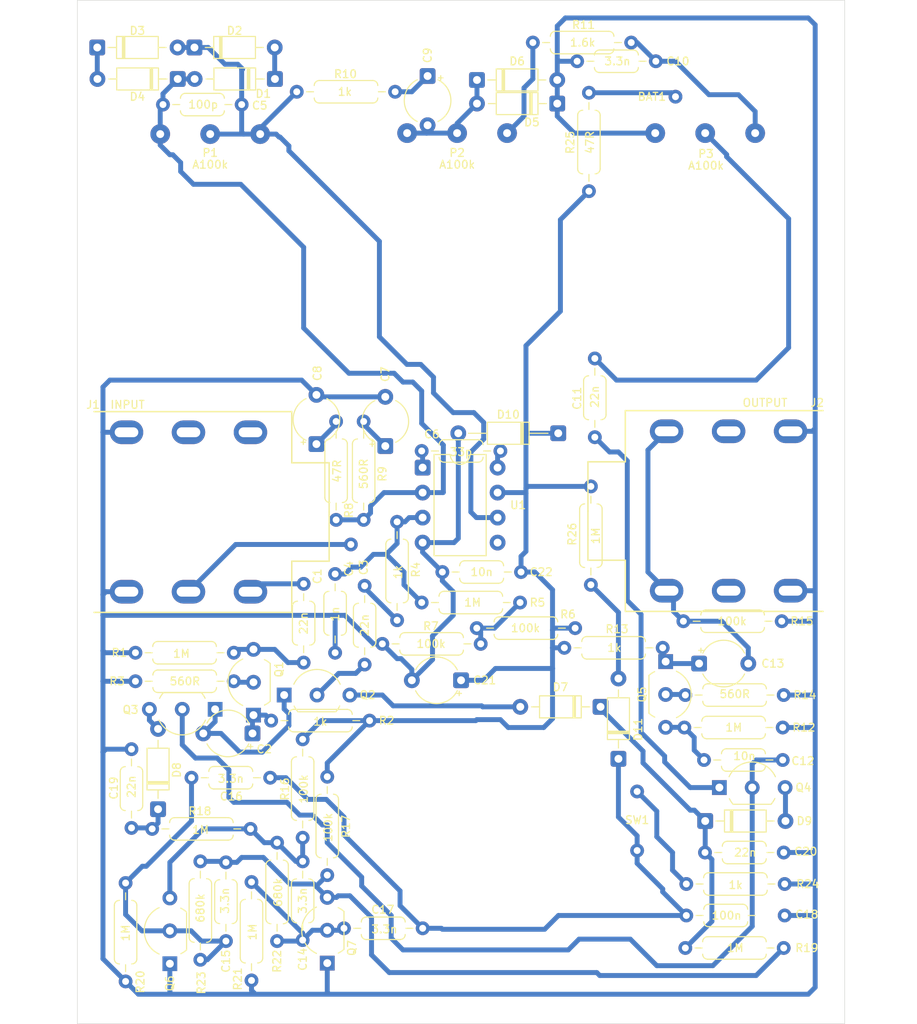
<source format=kicad_pcb>
(kicad_pcb (version 20241229) (generator "pcbnew") (generator_version "9.0")
  (layers (0 "F.Cu" signal) (2 "B.Cu" signal) (13 "F.Paste" user) (15 "B.Paste" user) (5 "F.SilkS" user "F.Silkscreen") (7 "B.SilkS" user "B.Silkscreen") (1 "F.Mask" user) (3 "B.Mask" user) (25 "Edge.Cuts" user))
  (net 0 "")
  (net 1 "Net-(U1-+)")
  (net 2 "Net-(Q1-G)")
  (net 3 "Net-(Q1-D)")
  (net 4 "BYPASS")
  (net 5 "Net-(D2-K)")
  (net 6 "Net-(C6-Pad1)")
  (net 7 "Net-(Q4-D)")
  (net 8 "Net-(C6-Pad2)")
  (net 9 "Net-(C1-Pad1)")
  (net 10 "Net-(C9-Pad1)")
  (net 11 "Net-(C10-Pad2)")
  (net 12 "Net-(Q5-G)")
  (net 13 "GND")
  (net 14 "Net-(Q5-D)")
  (net 15 "Net-(C3-Pad2)")
  (net 16 "Net-(C13-Pad2)")
  (net 17 "Net-(Q6-C)")
  (net 18 "Net-(Q6-B)")
  (net 20 "Net-(C7-Pad1)")
  (net 21 "Net-(D11-K)")
  (net 22 "Net-(C8-Pad1)")
  (net 23 "Net-(D5-A)")
  (net 24 "Net-(D3-K)")
  (net 25 "Net-(D7-A)")
  (net 26 "Net-(C11-Pad1)")
  (net 27 "Net-(D1-K)")
  (net 28 "Net-(D1-A)")
  (net 29 "Net-(D8-A)")
  (net 30 "Net-(D9-A)")
  (net 31 "Net-(Q2-S)")
  (net 32 "VCC")
  (net 35 "Net-(Q3-S)")
  (net 37 "Net-(Q7-C)")
  (net 38 "Net-(Q7-B)")
  (net 39 "Net-(Q1-S)")
  (net 40 "OFF")
  (net 41 "Net-(R5-Pad2)")
  (net 42 "Net-(D11-A)")
  (net 43 "ON")
  (net 44 "Net-(Q5-S)")
  (net 45 "Net-(R24-Pad1)")
  (net 46 "Net-(BAT1-+)")
  (net 48 "Net-(P2-Pad3)")
  (net 49 "Net-(BAT1--)")
  (footprint "myFoot:my_R_P10mm_Horizontal" (layer "F.Cu") (at 13.2 7.4 90)
    (property "Reference" "R26")
    (property "Value" "1M")
  )
  (footprint "myFoot:my_conn" (layer "F.Cu") (at 21.8 -42.2 180)
    (property "Reference" "BAT1")
    (property "Value" "9V")
  )
  (footprint "myFoot:my_R_P8mm_Horizontal" (layer "F.Cu") (at -9.8 15.5 90)
    (property "Reference" "C3")
    (property "Value" "22n")
  )
  (footprint "myFoot:my_pot" (layer "F.Cu") (at -0.4 -38.5)
    (property "Reference" "P2")
    (property "Value" "A100k")
  )
  (footprint "myFoot:my_R_P10mm_Horizontal" (layer "F.Cu") (at -16.1 33.1 90)
    (property "Reference" "R16")
    (property "Value" "100k")
  )
  (footprint "Package_TO_SOT_THT:TO-92L_Inline_Wide" (layer "F.Cu") (at 20.8 16 -90)
    (property "Reference" "Q5")
    (property "Value" "2N5458")
  )
  (footprint "Capacitor_THT:CP_Radial_Tantal_D4.5mm_P5.00mm" (layer "F.Cu") (at -7.7 -6.7 90)
    (property "Reference" "C7")
    (property "Value" "4.7u")
  )
  (footprint "myFoot:my_Phone_Jack_Daier" (layer "F.Cu") (at 39.1 -0.1 180)
    (property "Reference" "J2")
    (property "Value" "OUTPUT")
  )
  (footprint "myFoot:my_Phone_Jack_Daier" (layer "F.Cu") (at -39.6075 0)
    (property "Reference" "J1")
    (property "Value" "INPUT")
  )
  (footprint "myFoot:my_R_P10mm_Horizontal" (layer "F.Cu") (at -9.9 0.8 90)
    (property "Reference" "R9")
    (property "Value" "560R")
  )
  (footprint "Diode_THT:D_DO-35_SOD27_P10.16mm_Horizontal" (layer "F.Cu") (at 23.82 31.4)
    (property "Reference" "D9")
    (property "Value" "1N4148")
  )
  (footprint "myFoot:my_R_P8mm_Horizontal" (layer "F.Cu") (at -22.3 -41.4 180)
    (property "Reference" "C5")
    (property "Value" "100p")
  )
  (footprint "myFoot:my_R_P10mm_Horizontal" (layer "F.Cu") (at 22.9 37.8)
    (property "Reference" "R24")
    (property "Value" "1k")
  )
  (footprint "Package_DIP:DIP-8_W7.62mm" (layer "F.Cu") (at -3.905 -4.51)
    (property "Reference" "U1")
    (property "Value" "LM308AN")
  )
  (footprint "myFoot:my_R_P8mm_Horizontal" (layer "F.Cu") (at -16.1 43.5 90)
    (property "Reference" "C14")
    (property "Value" "3.3n")
  )
  (footprint "Diode_THT:D_DO-35_SOD27_P10.16mm_Horizontal" (layer "F.Cu") (at -28.1 -47.2)
    (property "Reference" "D2")
    (property "Value" "1N4148")
  )
  (footprint "myFoot:my_R_P10mm_Horizontal" (layer "F.Cu") (at 20.5 13.8 180)
    (property "Reference" "R13")
    (property "Value" "1k")
  )
  (footprint "myFoot:my_R_P10mm_Horizontal" (layer "F.Cu") (at -13.6 36.9 90)
    (property "Reference" "R17")
    (property "Value" "100k")
  )
  (footprint "myFoot:my_R_P10mm_Horizontal" (layer "F.Cu") (at -34.1 37.7 -90)
    (property "Reference" "R20")
    (property "Value" "1M")
  )
  (footprint "Diode_THT:D_DO-35_SOD27_P10.16mm_Horizontal" (layer "F.Cu") (at 0.62 -43.9)
    (property "Reference" "D6")
    (property "Value" "1N4148")
  )
  (footprint "myFoot:my_R_P10mm_Horizontal" (layer "F.Cu") (at -26.5 35.5 -90)
    (property "Reference" "R23")
    (property "Value" "680k")
  )
  (footprint "Capacitor_THT:CP_Radial_Tantal_D4.5mm_P5.00mm" (layer "F.Cu") (at -3.4 -44.3 -90)
    (property "Reference" "C9")
    (property "Value" "4.7u")
  )
  (footprint "myFoot:my_R_P10mm_Horizontal" (layer "F.Cu") (at -21.4 32.2 180)
    (property "Reference" "R18")
    (property "Value" "1M")
  )
  (footprint "myFoot:my_R_P8mm_Horizontal" (layer "F.Cu") (at -12.8 6.3 -90)
    (property "Reference" "C4")
    (property "Value" "1n")
  )
  (footprint "Package_TO_SOT_THT:TO-92L_Inline_Wide" (layer "F.Cu") (at -13.6 45.04 90)
    (property "Reference" "Q7")
    (property "Value" "2N5210")
  )
  (footprint "Diode_THT:D_DO-35_SOD27_P10.16mm_Horizontal" (layer "F.Cu") (at 16 26.08 90)
    (property "Reference" "D11")
    (property "Value" "1N4148")
  )
  (footprint "myFoot:my_R_P10mm_Horizontal" (layer "F.Cu") (at 32.7 21.9 180)
    (property "Reference" "R12")
    (property "Value" "1M")
  )
  (footprint "myFoot:my_R_P8mm_Horizontal" (layer "F.Cu") (at -16 7.3 -90)
    (property "Reference" "C1")
    (property "Value" "22n")
  )
  (footprint "myFoot:my_R_P8mm_Horizontal" (layer "F.Cu") (at 24.8 34.6)
    (property "Reference" "C20")
    (property "Value" "22n")
  )
  (footprint "myFoot:my_R_P8mm_Horizontal" (layer "F.Cu") (at 30.9 41 180)
    (property "Reference" "C18")
    (property "Value" "100n")
  )
  (footprint "Diode_THT:D_DO-35_SOD27_P10.16mm_Horizontal" (layer "F.Cu") (at -30.8 31.2 90)
    (property "Reference" "D8")
    (property "Value" "1N4148")
  )
  (footprint "myFoot:my_R_P8mm_Horizontal" (layer "F.Cu") (at -27.4 27)
    (property "Reference" "C16")
    (property "Value" "3.3n")
  )
  (footprint "myFoot:my_R_P8mm_Horizontal" (layer "F.Cu") (at -33.5 32.1 90)
    (property "Reference" "C19")
    (property "Value" "22n")
  )
  (footprint "Diode_THT:D_DO-35_SOD27_P10.16mm_Horizontal" (layer "F.Cu") (at -37.98 -47.2)
    (property "Reference" "D3")
    (property "Value" "1N4148")
  )
  (footprint "myFoot:my_R_P10mm_Horizontal" (layer "F.Cu") (at 22.8 44.3)
    (property "Reference" "R19")
    (property "Value" "1M")
  )
  (footprint "myFoot:my_R_P8mm_Horizontal" (layer "F.Cu") (at -23.9 35.6 -90)
    (property "Reference" "C15")
    (property "Value" "3.3n")
  )
  (footprint "myFoot:my_R_P10mm_Horizontal" (layer "F.Cu") (at -33.1 14.3)
    (property "Reference" "R1")
    (property "Value" "1M")
  )
  (footprint "myFoot:my_R_P8mm_Horizontal" (layer "F.Cu") (at 32.7 25.2 180)
    (property "Reference" "C12")
    (property "Value" "10n")
  )
  (footprint "myFoot:my_R_P10mm_Horizontal" (layer "F.Cu") (at -12.7 0.8 90)
    (property "Reference" "R8")
    (property "Value" "47R")
  )
  (footprint "Capacitor_THT:CP_Radial_Tantal_D4.5mm_P5.00mm" (layer "F.Cu") (at -14.7 -6.9 90)
    (property "Reference" "C8")
    (property "Value" "2.2u")
  )
  (footprint "Diode_THT:D_DO-35_SOD27_P10.16mm_Horizontal" (layer "F.Cu") (at -17.92 -44 180)
    (property "Reference" "D1")
    (property "Value" "1N4148")
  )
  (footprint "myFoot:my_R_P10mm_Horizontal" (layer "F.Cu") (at 17.3 -47.7 180)
    (property "Reference" "R11")
    (property "Value" "1.6k")
  )
  (footprint "myFoot:my_R_P10mm_Horizontal" (layer "F.Cu") (at -6.5 1 -90)
    (property "Reference" "R4")
    (property "Value" "1k")
  )
  (footprint "myFoot:my_R_P10mm_Horizontal" (layer "F.Cu") (at -9.3 21.2 180)
    (property "Reference" "R2")
    (property "Value" "1k")
  )
  (footprint "myFoot:my_R_P10mm_Horizontal" (layer "F.Cu") (at 32.6 11.1 180)
    (property "Reference" "R15")
    (property "Value" "100k")
  )
  (footprint "myFoot:my_R_P8mm_Horizontal" (layer "F.Cu") (at 11.8 -45.8)
    (property "Reference" "C10")
    (property "Value" "3.3n")
  )
  (footprint "myFoot:my_R_P10mm_Horizontal" (layer "F.Cu") (at 1.6 11.8)
    (property "Reference" "R6")
    (property "Value" "100k")
  )
  (footprint "myFoot:my_conn" (layer "F.Cu") (at 17.9 34.4)
    (property "Reference" "SW1")
    (property "Value" "SW" (hide yes))
  )
  (footprint "myFoot:my_R_P10mm_Horizontal" (layer "F.Cu") (at 2 13.4 180)
    (property "Reference" "R7")
    (property "Value" "100k")
  )
  (footprint "Package_TO_SOT_THT:TO-92L_Inline_Wide" (layer "F.Cu") (at 27.06 28)
    (property "Reference" "Q4")
    (property "Value" "2N5458")
  )
  (footprint "myFoot:my_R_P10mm_Horizontal" (layer "F.Cu") (at 32.8 18.6 180)
    (property "Reference" "R14")
    (property "Value" "560R")
  )
  (footprint "Capacitor_THT:CP_Radial_Tantal_D4.5mm_P5.00mm" (layer "F.Cu") (at -21.2 22.5 180)
    (property "Reference" "C2")
    (property "Value" "2.2u")
  )
  (footprint "Capacitor_THT:CP_Radial_Tantal_D4.5mm_P5.00mm" (layer "F.Cu") (at 24.2 15.4)
    (property "Reference" "C13")
    (property "Value" "1u")
  )
  (footprint "Package_TO_SOT_THT:TO-92L_Inline_Wide" (layer "F.Cu") (at -29.6 45.1 90)
    (property "Reference" "Q6")
    (property "Value" "2N5210")
  )
  (footprint "Diode_THT:D_DO-35_SOD27_P10.16mm_Horizontal" (layer "F.Cu") (at 10.78 -41.5 180)
    (property "Reference" "D5")
    (property "Value" "1N4148")
  )
  (footprint "Package_TO_SOT_THT:TO-92L_Inline_Wide" (layer "F.Cu") (at -21.1 19.84 90)
    (property "Reference" "Q1")
    (property "Value" "2N5458")
  )
  (footprint "myFoot:my_R_P10mm_Horizontal" (layer "F.Cu") (at -18.7 43.6 90)
    (property "Reference" "R22")
    (property "Value" "680k")
  )
  (footprint "Diode_THT:D_DO-35_SOD27_P10.16mm_Horizontal" (layer "F.Cu") (at -27.8 -44 180)
    (property "Reference" "D4")
    (property "Value" "1N4148")
  )
  (footprint "Capacitor_THT:CP_Radial_Tantal_D4.5mm_P5.00mm" (layer "F.Cu") (at 0 17.1 180)
    (property "Reference" "C21")
    (property "Value" "100u")
  )
  (footprint "Package_TO_SOT_THT:TO-92L_Inline_Wide" (layer "F.Cu") (at -17.18 18.6)
    (property "Reference" "Q2")
    (property "Value" "2N5458")
  )
  (footprint "myFoot:my_R_P10mm_Horizontal" (layer "F.Cu") (at -21.3 37.6 -90)
    (property "Reference" "R21")
    (property "Value" "1M")
  )
  (footprint "myFoot:my_pot" (layer "F.Cu") (at 24.82 -38.5)
    (property "Reference" "P3")
    (property "Value" "A100k")
  )
  (footprint "Diode_THT:D_DO-35_SOD27_P10.16mm_Horizontal" (layer "F.Cu") (at 15.18 19.8 180)
    (property "Reference" "D7")
    (property "Value" "1N4148")
  )
  (footprint "myFoot:my_R_P10mm_Horizontal" (layer "F.Cu") (at -6.7 -42.7 180)
    (property "Reference" "R10")
    (property "Value" "1k")
  )
  (footprint "myFoot:my_R_P10mm_Horizontal" (layer "F.Cu") (at 13 -32.6 90)
    (property "Reference" "R25")
    (property "Value" "47R")
  )
  (footprint "myFoot:my_R_P8mm_Horizontal" (layer "F.Cu") (at -1.9 6.1)
    (property "Reference" "C22")
    (property "Value" "10n")
  )
  (footprint "myFoot:my_R_P8mm_Horizontal" (layer "F.Cu") (at 4 -6.2 180)
    (property "Reference" "C6")
    (property "Value" "33p")
  )
  (footprint "myFoot:my_R_P8mm_Horizontal" (layer "F.Cu") (at -11.9 42.3)
    (property "Reference" "C17")
    (property "Value" "3.3n")
  )
  (footprint "Package_TO_SOT_THT:TO-92L_Inline_Wide" (layer "F.Cu") (at -25.8 20.05 180)
    (property "Reference" "Q3")
    (property "Value" "2N5458")
  )
  (footprint "myFoot:my_R_P8mm_Horizontal" (layer "F.Cu") (at 13.6 -15.6 -90)
    (property "Reference" "C11")
    (property "Value" "22n")
  )
  (footprint "Diode_THT:D_DO-35_SOD27_P10.16mm_Horizontal" (layer "F.Cu") (at 9.88 -8 180)
    (property "Reference" "D10")
    (property "Value" "1N4001")
  )
  (footprint "myFoot:my_R_P10mm_Horizontal" (layer "F.Cu") (at -4 9.2)
    (property "Reference" "R5")
    (property "Value" "1M")
  )
  (footprint "myFoot:my_pot" (layer "F.Cu") (at -25.5 -38.4)
    (property "Reference" "P1")
    (property "Value" "A100k")
  )
  (footprint "myFoot:my_R_P10mm_Horizontal" (layer "F.Cu") (at -23.1 17.2 180)
    (property "Reference" "R3")
    (property "Value" "560R")
  )
  (gr_rect (start -39 -52) (end 39 52) (stroke (width 0.05)) (fill no) (layer "Edge.Cuts"))
  (segment (start -5.8 6.1) (end -5.8 7.4) (width 0.5) (layer "B.Cu") (net 1))
  (segment (start -5.8 7.4) (end -4 9.2) (width 0.5) (layer "B.Cu") (net 1))
  (segment (start -10.2 5.6) (end -11.1 5.6) (width 0.5) (layer "B.Cu") (net 1))
  (segment (start -8.9 4.3) (end -10.2 5.6) (width 0.5) (layer "B.Cu") (net 1))
  (segment (start -11.1 5.6) (end -11.8 6.3) (width 0.5) (layer "B.Cu") (net 1))
  (segment (start -7.6 4.3) (end -5.8 6.1) (width 0.5) (layer "B.Cu") (net 1))
  (segment (start -6.5 1) (end -6.5 3.2) (width 0.5) (layer "B.Cu") (net 1))
  (segment (start -7.6 4.3) (end -8.9 4.3) (width 0.5) (layer "B.Cu") (net 1))
  (segment (start -6.5 3.2) (end -7.6 4.3) (width 0.5) (layer "B.Cu") (net 1))
  (segment (start -5.27 0.57) (end -3.905 0.57) (width 0.5) (layer "B.Cu") (net 1))
  (segment (start -11.8 6.3) (end -12.8 6.3) (width 0.5) (layer "B.Cu") (net 1))
  (segment (start -6.5 1) (end -5.7 1) (width 0.5) (layer "B.Cu") (net 1))
  (segment (start -5.7 1) (end -5.27 0.57) (width 0.5) (layer "B.Cu") (net 1))
  (segment (start -21.1 13.96) (end -22.76 13.96) (width 0.5) (layer "B.Cu") (net 2))
  (segment (start -18.94 13.96) (end -17.6 15.3) (width 0.5) (layer "B.Cu") (net 2))
  (segment (start -22.76 13.96) (end -23.1 14.3) (width 0.5) (layer "B.Cu") (net 2))
  (segment (start -17.6 15.3) (end -16 15.3) (width 0.5) (layer "B.Cu") (net 2))
  (segment (start -21.1 13.96) (end -18.94 13.96) (width 0.5) (layer "B.Cu") (net 2))
  (segment (start -21.2 20.74) (end -21.1 20.64) (width 0.5) (layer "B.Cu") (net 3))
  (segment (start -19.86 20.64) (end -19.3 21.2) (width 0.5) (layer "B.Cu") (net 3))
  (segment (start -21.1 20.64) (end -19.86 20.64) (width 0.5) (layer "B.Cu") (net 3))
  (segment (start -21.2 22.5) (end -21.2 20.74) (width 0.5) (layer "B.Cu") (net 3))
  (segment (start -24.4 22.5) (end -22.5 24.4) (width 0.5) (layer "B.Cu") (net 4))
  (segment (start -17.98 20.02) (end -17.98 18.6) (width 0.5) (layer "B.Cu") (net 4))
  (segment (start -17.5 20.5) (end -17.98 20.02) (width 0.5) (layer "B.Cu") (net 4))
  (segment (start -22.5 24.4) (end -20.2 24.4) (width 0.5) (layer "B.Cu") (net 4))
  (segment (start -17.5 21.7) (end -17.5 20.5) (width 0.5) (layer "B.Cu") (net 4))
  (segment (start -20.2 24.4) (end -17.5 21.7) (width 0.5) (layer "B.Cu") (net 4))
  (segment (start -25 20.05) (end -25 21.3) (width 0.5) (layer "B.Cu") (net 4))
  (segment (start -25 21.3) (end -26.2 22.5) (width 0.5) (layer "B.Cu") (net 4))
  (segment (start -26.2 22.5) (end -24.4 22.5) (width 0.5) (layer "B.Cu") (net 4))
  (segment (start -2.8 -13.7) (end -4.1 -15) (width 0.5) (layer "B.Cu") (net 5))
  (segment (start -18.8 -38.4) (end -20.42 -38.4) (width 0.5) (layer "B.Cu") (net 5))
  (segment (start -25.7 -47.2) (end -24 -45.5) (width 0.5) (layer "B.Cu") (net 5))
  (segment (start -8.3 -27.5) (end -17.5 -36.7) (width 0.5) (layer "B.Cu") (net 5))
  (segment (start 3.715 0.57) (end 1.57 0.57) (width 0.5) (layer "B.Cu") (net 5))
  (segment (start -5.5 -15) (end -8.3 -17.8) (width 0.5) (layer "B.Cu") (net 5))
  (segment (start -0.8 -10.1) (end -2.8 -12.1) (width 0.5) (layer "B.Cu") (net 5))
  (segment (start -28.82 -47.2) (end -27.1 -47.2) (width 0.5) (layer "B.Cu") (net 5))
  (segment (start -25.5 -38.4) (end -22.1 -38.4) (width 0.5) (layer "B.Cu") (net 5))
  (segment (start -2.8 -12.1) (end -2.8 -13.7) (width 0.5) (layer "B.Cu") (net 5))
  (segment (start -8.3 -17.8) (end -8.3 -27.5) (width 0.5) (layer "B.Cu") (net 5))
  (segment (start 2.3 -7.4) (end 2.3 -9.1) (width 0.5) (layer "B.Cu") (net 5))
  (segment (start -22.1 -38.4) (end -20.42 -38.4) (width 0.5) (layer "B.Cu") (net 5))
  (segment (start -27.1 -47.2) (end -25.7 -47.2) (width 0.5) (layer "B.Cu") (net 5))
  (segment (start 2.3 -9.1) (end 1.3 -10.1) (width 0.5) (layer "B.Cu") (net 5))
  (segment (start -22.2 -45) (end -22.3 -44.9) (width 0.5) (layer "B.Cu") (net 5))
  (segment (start 1.3 -10.1) (end -0.8 -10.1) (width 0.5) (layer "B.Cu") (net 5))
  (segment (start -16.7 -42.7) (end -20.42 -38.98) (width 0.5) (layer "B.Cu") (net 5))
  (segment (start -18.4 -38.1) (end -18.5 -38.1) (width 0.5) (layer "B.Cu") (net 5))
  (segment (start -22.3 -44.9) (end -22.3 -41.4) (width 0.5) (layer "B.Cu") (net 5))
  (segment (start -20.42 -38.98) (end -20.42 -38.4) (width 0.5) (layer "B.Cu") (net 5))
  (segment (start -22.3 -38.6) (end -22.1 -38.4) (width 0.5) (layer "B.Cu") (net 5))
  (segment (start -22.7 -45.5) (end -22.2 -45) (width 0.5) (layer "B.Cu") (net 5))
  (segment (start 1 -6.1) (end 2.3 -7.4) (width 0.5) (layer "B.Cu") (net 5))
  (segment (start -17.5 -37.2) (end -18.4 -38.1) (width 0.5) (layer "B.Cu") (net 5))
  (segment (start -4.1 -15) (end -5.5 -15) (width 0.5) (layer "B.Cu") (net 5))
  (segment (start 1.57 0.57) (end 1 0) (width 0.5) (layer "B.Cu") (net 5))
  (segment (start -18.5 -38.1) (end -18.8 -38.4) (width 0.5) (layer "B.Cu") (net 5))
  (segment (start -24 -45.5) (end -22.7 -45.5) (width 0.5) (layer "B.Cu") (net 5))
  (segment (start -17.5 -36.7) (end -17.5 -37.2) (width 0.5) (layer "B.Cu") (net 5))
  (segment (start 1 0) (end 1 -6.1) (width 0.5) (layer "B.Cu") (net 5))
  (segment (start -22.3 -41.4) (end -22.3 -38.6) (width 0.5) (layer "B.Cu") (net 5))
  (segment (start 3.715 -5.915) (end 4 -6.2) (width 0.5) (layer "B.Cu") (net 6))
  (segment (start 3.715 -4.51) (end 3.715 -5.915) (width 0.5) (layer "B.Cu") (net 6))
  (segment (start 20.7 24.8) (end 20.7 25.4) (width 0.5) (layer "B.Cu") (net 7))
  (segment (start 16.9 -5.2) (end 16.9 9) (width 0.5) (layer "B.Cu") (net 7))
  (segment (start 23.3 28) (end 26.26 28) (width 0.5) (layer "B.Cu") (net 7))
  (segment (start 20.7 25.4) (end 23.3 28) (width 0.5) (layer "B.Cu") (net 7))
  (segment (start 16 -6.1) (end 16.9 -5.2) (width 0.5) (layer "B.Cu") (net 7))
  (segment (start 15.1 -6.1) (end 16 -6.1) (width 0.5) (layer "B.Cu") (net 7))
  (segment (start 13.6 -7.6) (end 15.1 -6.1) (width 0.5) (layer "B.Cu") (net 7))
  (segment (start 18.3 10.4) (end 18.3 22.4) (width 0.5) (layer "B.Cu") (net 7))
  (segment (start 18.3 22.4) (end 20.7 24.8) (width 0.5) (layer "B.Cu") (net 7))
  (segment (start 16.9 9) (end 18.3 10.4) (width 0.5) (layer "B.Cu") (net 7))
  (segment (start -3.905 -4.51) (end -3.905 -6.105) (width 0.5) (layer "B.Cu") (net 8))
  (segment (start -3.905 -6.105) (end -4 -6.2) (width 0.5) (layer "B.Cu") (net 8))
  (segment (start -16 7.3) (end -20.6075 7.3) (width 0.5) (layer "B.Cu") (net 9))
  (segment (start -20.6075 7.3) (end -21.4075 8.1) (width 0.5) (layer "B.Cu") (net 9))
  (segment (start -6.7 -42.7) (end -5 -42.7) (width 0.5) (layer "B.Cu") (net 10))
  (segment (start -5 -42.7) (end -3.4 -44.3) (width 0.5) (layer "B.Cu") (net 10))
  (segment (start 21.8 -45.8) (end 25.2 -42.4) (width 0.5) (layer "B.Cu") (net 11))
  (segment (start 17.9 -47.7) (end 19.8 -45.8) (width 0.5) (layer "B.Cu") (net 11))
  (segment (start 29.9 -40.7) (end 29.9 -38.5) (width 0.5) (layer "B.Cu") (net 11))
  (segment (start 19.8 -45.8) (end 21.8 -45.8) (width 0.5) (layer "B.Cu") (net 11))
  (segment (start 28.2 -42.4) (end 29.9 -40.7) (width 0.5) (layer "B.Cu") (net 11))
  (segment (start 25.2 -42.4) (end 28.2 -42.4) (width 0.5) (layer "B.Cu") (net 11))
  (segment (start 17.3 -47.7) (end 17.9 -47.7) (width 0.5) (layer "B.Cu") (net 11))
  (segment (start 20.8 21.88) (end 22.68 21.88) (width 0.5) (layer "B.Cu") (net 12))
  (segment (start 23.7 24.2) (end 24.7 25.2) (width 0.5) (layer "B.Cu") (net 12))
  (segment (start 22.68 21.88) (end 22.7 21.9) (width 0.5) (layer "B.Cu") (net 12))
  (segment (start 23.7 22.9) (end 23.7 24.2) (width 0.5) (layer "B.Cu") (net 12))
  (segment (start 22.7 21.9) (end 23.7 22.9) (width 0.5) (layer "B.Cu") (net 12))
  (segment (start 35.9 37.8) (end 36 37.9) (width 0.5) (layer "B.Cu") (net 13))
  (segment (start -36.4 -12.7) (end -36.4 -8.1) (width 0.5) (layer "B.Cu") (net 13))
  (segment (start -36.4 -8.1) (end -36.4 8.4) (width 0.5) (layer "B.Cu") (net 13))
  (segment (start 36 48.3) (end 36 41.2) (width 0.5) (layer "B.Cu") (net 13))
  (segment (start 32.8 34.6) (end 35.9 34.6) (width 0.5) (layer "B.Cu") (net 13))
  (segment (start -14.7 -11.9) (end -16.2 -13.4) (width 0.5) (layer "B.Cu") (net 13))
  (segment (start -6.5 14.9) (end -6.1 14.9) (width 0.5) (layer "B.Cu") (net 13))
  (segment (start -14.5 -11.7) (end -14.7 -11.9) (width 0.5) (layer "B.Cu") (net 13))
  (segment (start -36.4 10.5) (end -36.4 14.1) (width 0.5) (layer "B.Cu") (net 13))
  (segment (start -36.1 8.1) (end -36.4 8.4) (width 0.5) (layer "B.Cu") (net 13))
  (segment (start 36 8.2) (end 36 -8.5) (width 0.5) (layer "B.Cu") (net 13))
  (segment (start -1.9 7) (end -0.8 8.1) (width 0.5) (layer "B.Cu") (net 13))
  (segment (start 32.9 41) (end 35.8 41) (width 0.5) (layer "B.Cu") (net 13))
  (segment (start -0.8 10.5) (end -2.9 12.6) (width 0.5) (layer "B.Cu") (net 13))
  (segment (start -33.5 24.1) (end -36.1 24.1) (width 0.5) (layer "B.Cu") (net 13))
  (segment (start -3.905 3.11) (end -3.905 4.095) (width 0.5) (layer "B.Cu") (net 13))
  (segment (start 32.6 11.1) (end 35.8 11.1) (width 0.5) (layer "B.Cu") (net 13))
  (segment (start -0.71 3.11) (end -3.905 3.11) (width 0.5) (layer "B.Cu") (net 13))
  (segment (start -13.6 45.84) (end -13.6 48.8) (width 0.5) (layer "B.Cu") (net 13))
  (segment (start -29.6 45.9) (end -29.6 48.8) (width 0.5) (layer "B.Cu") (net 13))
  (segment (start 36 -49.5) (end 35.3 -50.2) (width 0.5) (layer "B.Cu") (net 13))
  (segment (start -34.0075 8.1) (end -36.1 8.1) (width 0.5) (layer "B.Cu") (net 13))
  (segment (start -36.4 17.2) (end -36.4 24.4) (width 0.5) (layer "B.Cu") (net 13))
  (segment (start -12.8 14.3) (end -12.8 10.8) (width 0.5) (layer "B.Cu") (net 13))
  (segment (start -33.1 17.2) (end -36.4 17.2) (width 0.5) (layer "B.Cu") (net 13))
  (segment (start -12.8 10.8) (end -13.1 10.5) (width 0.5) (layer "B.Cu") (net 13))
  (segment (start -33.1 14.3) (end -36.2 14.3) (width 0.5) (layer "B.Cu") (net 13))
  (segment (start 35.3 -50.2) (end 10.6 -50.2) (width 0.5) (layer "B.Cu") (net 13))
  (segment (start 35.3 49) (end 36 48.3) (width 0.5) (layer "B.Cu") (net 13))
  (segment (start -34.1 47.7) (end -32.8 49) (width 0.5) (layer "B.Cu") (net 13))
  (segment (start 32.7 21.9) (end 35.8 21.9) (width 0.5) (layer "B.Cu") (net 13))
  (segment (start 9.78 -41.5) (end 9.78 -40.22) (width 0.5) (layer "B.Cu") (net 13))
  (segment (start 11.8 -45.8) (end 9.98 -45.8) (width 0.5) (layer "B.Cu") (net 13))
  (segment (start -21.3 47.6) (end -21.3 48.6) (width 0.5) (layer "B.Cu") (net 13))
  (segment (start -0.8 8.1) (end -0.8 10.5) (width 0.5) (layer "B.Cu") (net 13))
  (segment (start -8 13.4) (end -6.5 14.9) (width 0.5) (layer "B.Cu") (net 13))
  (segment (start -36.4 45.4) (end -34.1 47.7) (width 0.5) (layer "B.Cu") (net 13))
  (segment (start 36 11.3) (end 36 8.2) (width 0.5) (layer "B.Cu") (net 13))
  (segment (start -16.2 -13.4) (end -35.7 -13.4) (width 0.5) (layer "B.Cu") (net 13))
  (segment (start 9.78 -40.22) (end 11.5 -38.5) (width 0.5) (layer "B.Cu") (net 13))
  (segment (start -29.4 49) (end -20.9 49) (width 0.5) (layer "B.Cu") (net 13))
  (segment (start 33.5 8) (end 35.8 8) (width 0.5) (layer "B.Cu") (net 13))
  (segment (start 35.8 21.9) (end 36 21.7) (width 0.5) (layer "B.Cu") (net 13))
  (segment (start 32.8 18.6) (end 36 18.6) (width 0.5) (layer "B.Cu") (net 13))
  (segment (start -11.8 10.5) (end -13.1 10.5) (width 0.5) (layer "B.Cu") (net 13))
  (segment (start 36 -8.5) (end 36 -49.5) (width 0.5) (layer "B.Cu") (net 13))
  (segment (start -35.7 -13.4) (end -36.4 -12.7) (width 0.5) (layer "B.Cu") (net 13))
  (segment (start 36 37.9) (end 36 34.5) (width 0.5) (layer "B.Cu") (net 13))
  (segment (start -36.1 24.1) (end -36.4 24.4) (width 0.5) (layer "B.Cu") (net 13))
  (segment (start -36.2 14.3) (end -36.4 14.1) (width 0.5) (layer "B.Cu") (net 13))
  (segment (start -7.7 -11.7) (end -14.5 -11.7) (width 0.5) (layer "B.Cu") (net 13))
  (segment (start -0.28 -8) (end -0.28 2.68) (width 0.5) (layer "B.Cu") (net 13))
  (segment (start 36 21.7) (end 36 18.6) (width 0.5) (layer "B.Cu") (net 13))
  (segment (start -36.4 8.4) (end -36.4 10.5) (width 0.5) (layer "B.Cu") (net 13))
  (segment (start 35.8 41) (end 36 41.2) (width 0.5) (layer "B.Cu") (net 13))
  (segment (start 36 41.2) (end 36 37.9) (width 0.5) (layer "B.Cu") (net 13))
  (segment (start -3.905 4.095) (end -1.9 6.1) (width 0.5) (layer "B.Cu") (net 13))
  (segment (start 36 34.5) (end 36 21.7) (width 0.5) (layer "B.Cu") (net 13))
  (segment (start -32.8 49) (end -29.4 49) (width 0.5) (layer "B.Cu") (net 13))
  (segment (start 9.98 -45.8) (end 9.78 -46) (width 0.5) (layer "B.Cu") (net 13))
  (segment (start -6.1 14.9) (end -5 16) (width 0.5) (layer "B.Cu") (net 13))
  (segment (start 35.9 34.6) (end 36 34.5) (width 0.5) (layer "B.Cu") (net 13))
  (segment (start 32.9 37.8) (end 35.9 37.8) (width 0.5) (layer "B.Cu") (net 13))
  (segment (start -8 13.4) (end -8.9 13.4) (width 0.5) (layer "B.Cu") (net 13))
  (segment (start 36 18.6) (end 36 11.3) (width 0.5) (layer "B.Cu") (net 13))
  (segment (start -13.6 48.8) (end -13.4 49) (width 0.5) (layer "B.Cu") (net 13))
  (segment (start -20.9 49) (end -13.4 49) (width 0.5) (layer "B.Cu") (net 13))
  (segment (start -34.0075 -8.1) (end -36.4 -8.1) (width 0.5) (layer "B.Cu") (net 13))
  (segment (start 35.8 11.1) (end 36 11.3) (width 0.5) (layer "B.Cu") (net 13))
  (segment (start 10.6 -50.2) (end 9.78 -49.38) (width 0.5) (layer "B.Cu") (net 13))
  (segment (start -36.4 24.4) (end -36.4 45.4) (width 0.5) (layer "B.Cu") (net 13))
  (segment (start -29.6 48.8) (end -29.4 49) (width 0.5) (layer "B.Cu") (net 13))
  (segment (start 9.78 -46) (end 9.78 -43.9) (width 0.5) (layer "B.Cu") (net 13))
  (segment (start -36.4 14.1) (end -36.4 17.2) (width 0.5) (layer "B.Cu") (net 13))
  (segment (start -8.9 13.4) (end -11.8 10.5) (width 0.5) (layer "B.Cu") (net 13))
  (segment (start 11.5 -38.5) (end 19.74 -38.5) (width 0.5) (layer "B.Cu") (net 13))
  (segment (start -2.9 15) (end -5 17.1) (width 0.5) (layer "B.Cu") (net 13))
  (segment (start 35.7 -8.2) (end 36 -8.5) (width 0.5) (layer "B.Cu") (net 13))
  (segment (start 33.5 -8.2) (end 35.7 -8.2) (width 0.5) (layer "B.Cu") (net 13))
  (segment (start -1.9 6.1) (end -1.9 7) (width 0.5) (layer "B.Cu") (net 13))
  (segment (start -21.3 48.6) (end -20.9 49) (width 0.5) (layer "B.Cu") (net 13))
  (segment (start 9.78 -49.38) (end 9.78 -46) (width 0.5) (layer "B.Cu") (net 13))
  (segment (start -2.9 12.6) (end -2.9 15) (width 0.5) (layer "B.Cu") (net 13))
  (segment (start -13.1 10.5) (end -36.4 10.5) (width 0.5) (layer "B.Cu") (net 13))
  (segment (start 9.78 -43.9) (end 9.78 -41.5) (width 0.5) (layer "B.Cu") (net 13))
  (segment (start -0.28 2.68) (end -0.71 3.11) (width 0.5) (layer "B.Cu") (net 13))
  (segment (start -13.4 49) (end 35.3 49) (width 0.5) (layer "B.Cu") (net 13))
  (segment (start -5 16) (end -5 17.1) (width 0.5) (layer "B.Cu") (net 13))
  (segment (start 35.8 8) (end 36 8.2) (width 0.5) (layer "B.Cu") (net 13))
  (segment (start 20.5 13.8) (end 20.5 14.9) (width 0.5) (layer "B.Cu") (net 14))
  (segment (start 24.2 15.4) (end 21 15.4) (width 0.5) (layer "B.Cu") (net 14))
  (segment (start 21 15.4) (end 20.8 15.2) (width 0.5) (layer "B.Cu") (net 14))
  (segment (start 20.5 14.9) (end 20.8 15.2) (width 0.5) (layer "B.Cu") (net 14))
  (segment (start -9.8 7.5) (end -9.8 7.7) (width 0.5) (layer "B.Cu") (net 15))
  (segment (start -9.8 7.7) (end -6.5 11) (width 0.5) (layer "B.Cu") (net 15))
  (segment (start 26.5 11.1) (end 29.2 13.8) (width 0.5) (layer "B.Cu") (net 16))
  (segment (start 22.6 11.1) (end 21.6 10.1) (width 0.5) (layer "B.Cu") (net 16))
  (segment (start 22.6 11.1) (end 26.5 11.1) (width 0.5) (layer "B.Cu") (net 16))
  (segment (start 21.6 10.1) (end 21.6 8.7) (width 0.5) (layer "B.Cu") (net 16))
  (segment (start 21.6 8.7) (end 20.9 8) (width 0.5) (layer "B.Cu") (net 16))
  (segment (start 19 -6.3) (end 19 6.1) (width 0.5) (layer "B.Cu") (net 16))
  (segment (start 29.2 13.8) (end 29.2 15.4) (width 0.5) (layer "B.Cu") (net 16))
  (segment (start 19 6.1) (end 20.9 8) (width 0.5) (layer "B.Cu") (net 16))
  (segment (start 20.9 -8.2) (end 19 -6.3) (width 0.5) (layer "B.Cu") (net 16))
  (segment (start -18.7 33.6) (end -20 33.6) (width 0.5) (layer "B.Cu") (net 17))
  (segment (start -29.6 35.6) (end -29.6 39.22) (width 0.5) (layer "B.Cu") (net 17))
  (segment (start -26.2 32.2) (end -29.6 35.6) (width 0.5) (layer "B.Cu") (net 17))
  (segment (start -16.1 35.5) (end -16.8 35.5) (width 0.5) (layer "B.Cu") (net 17))
  (segment (start -16.1 33.1) (end -16.1 35.5) (width 0.5) (layer "B.Cu") (net 17))
  (segment (start -21.4 32.2) (end -26.2 32.2) (width 0.5) (layer "B.Cu") (net 17))
  (segment (start -16.8 35.5) (end -18.7 33.6) (width 0.5) (layer "B.Cu") (net 17))
  (segment (start -20 33.6) (end -21.4 32.2) (width 0.5) (layer "B.Cu") (net 17))
  (segment (start -27.4 27) (end -27.4 31.4) (width 0.5) (layer "B.Cu") (net 18))
  (segment (start -32.44 42.56) (end -34.1 40.9) (width 0.5) (layer "B.Cu") (net 18))
  (segment (start -34.1 40.9) (end -34.1 37.7) (width 0.5) (layer "B.Cu") (net 18))
  (segment (start -27.44 42.56) (end -26.4 43.6) (width 0.5) (layer "B.Cu") (net 18))
  (segment (start -26.4 43.6) (end -23.9 43.6) (width 0.5) (layer "B.Cu") (net 18))
  (segment (start -32.4 36) (end -34.1 37.7) (width 0.5) (layer "B.Cu") (net 18))
  (segment (start -27.4 31.4) (end -32 36) (width 0.5) (layer "B.Cu") (net 18))
  (segment (start -32 36) (end -32.4 36) (width 0.5) (layer "B.Cu") (net 18))
  (segment (start -29.6 42.56) (end -32.44 42.56) (width 0.5) (layer "B.Cu") (net 18))
  (segment (start -25.8 45.5) (end -23.9 43.6) (width 0.5) (layer "B.Cu") (net 18))
  (segment (start -29.6 42.56) (end -27.44 42.56) (width 0.5) (layer "B.Cu") (net 18))
  (segment (start -26.5 45.5) (end -25.8 45.5) (width 0.5) (layer "B.Cu") (net 18))
  (segment (start -9.9 -8.9) (end -7.7 -6.7) (width 0.5) (layer "B.Cu") (net 20))
  (segment (start -9.9 -9.2) (end -9.9 -8.9) (width 0.5) (layer "B.Cu") (net 20))
  (segment (start -11.9 32.8) (end -6.2 38.5) (width 0.5) (layer "B.Cu") (net 21))
  (segment (start -6.2 38.5) (end -6.2 40) (width 0.5) (layer "B.Cu") (net 21))
  (segment (start -11.9 31) (end -11.9 32.8) (width 0.5) (layer "B.Cu") (net 21))
  (segment (start -19.4 27) (end -17.8 27) (width 0.5) (layer "B.Cu") (net 21))
  (segment (start 20.5 38.6) (end 22.9 41) (width 0.5) (layer "B.Cu") (net 21))
  (segment (start 20.5 38.3) (end 20.5 38.6) (width 0.5) (layer "B.Cu") (net 21))
  (segment (start -2 42.3) (end -1.9 42.4) (width 0.5) (layer "B.Cu") (net 21))
  (segment (start -6.2 40) (end -3.9 42.3) (width 0.5) (layer "B.Cu") (net 21))
  (segment (start 17.9 32.9) (end 17.9 34.4) (width 0.5) (layer "B.Cu") (net 21))
  (segment (start 17.9 35.7) (end 20.5 38.3) (width 0.5) (layer "B.Cu") (net 21))
  (segment (start -15.6 29.2) (end -13.7 29.2) (width 0.5) (layer "B.Cu") (net 21))
  (segment (start 9.9 41) (end 22.9 41) (width 0.5) (layer "B.Cu") (net 21))
  (segment (start -1.9 42.4) (end 8.5 42.4) (width 0.5) (layer "B.Cu") (net 21))
  (segment (start -3.9 42.3) (end -2 42.3) (width 0.5) (layer "B.Cu") (net 21))
  (segment (start 17.9 34.4) (end 17.9 35.7) (width 0.5) (layer "B.Cu") (net 21))
  (segment (start -17.8 27) (end -15.6 29.2) (width 0.5) (layer "B.Cu") (net 21))
  (segment (start -13.7 29.2) (end -11.9 31) (width 0.5) (layer "B.Cu") (net 21))
  (segment (start 16 31) (end 17.9 32.9) (width 0.5) (layer "B.Cu") (net 21))
  (segment (start 16 25.08) (end 16 31) (width 0.5) (layer "B.Cu") (net 21))
  (segment (start 8.5 42.4) (end 9.9 41) (width 0.5) (layer "B.Cu") (net 21))
  (segment (start -12.7 -8.9) (end -14.7 -6.9) (width 0.5) (layer "B.Cu") (net 22))
  (segment (start -12.7 -9.2) (end -12.7 -8.9) (width 0.5) (layer "B.Cu") (net 22))
  (segment (start -3.4 -38.6) (end -3.5 -38.5) (width 0.5) (layer "B.Cu") (net 23))
  (segment (start -3.4 -39.3) (end -3.4 -38.6) (width 0.5) (layer "B.Cu") (net 23))
  (segment (start -0.4 -38.5) (end -0.4 -39.48) (width 0.5) (layer "B.Cu") (net 23))
  (segment (start -5.48 -38.5) (end -3.5 -38.5) (width 0.5) (layer "B.Cu") (net 23))
  (segment (start -0.4 -39.48) (end 1.62 -41.5) (width 0.5) (layer "B.Cu") (net 23))
  (segment (start 1.62 -43.9) (end 1.62 -41.5) (width 0.5) (layer "B.Cu") (net 23))
  (segment (start -3.5 -38.5) (end -0.4 -38.5) (width 0.5) (layer "B.Cu") (net 23))
  (segment (start -36.98 -44.02) (end -36.96 -44) (width 0.5) (layer "B.Cu") (net 24))
  (segment (start -36.98 -47.2) (end -36.98 -44.02) (width 0.5) (layer "B.Cu") (net 24))
  (segment (start 2.1 19.7) (end 2.2 19.8) (width 0.5) (layer "B.Cu") (net 25))
  (segment (start -8 18.6) (end -6.9 19.7) (width 0.5) (layer "B.Cu") (net 25))
  (segment (start -11.3 18.6) (end -8 18.6) (width 0.5) (layer "B.Cu") (net 25))
  (segment (start -6.9 19.7) (end 2.1 19.7) (width 0.5) (layer "B.Cu") (net 25))
  (segment (start 2.2 19.8) (end 6.02 19.8) (width 0.5) (layer "B.Cu") (net 25))
  (segment (start 27 -36.32) (end 27 -36.1) (width 0.5) (layer "B.Cu") (net 26))
  (segment (start 13.6 -15.6) (end 15.8 -13.4) (width 0.5) (layer "B.Cu") (net 26))
  (segment (start 33.3 -29.8) (end 27 -36.1) (width 0.5) (layer "B.Cu") (net 26))
  (segment (start 30 -13.4) (end 33.3 -16.7) (width 0.5) (layer "B.Cu") (net 26))
  (segment (start 15.8 -13.4) (end 30 -13.4) (width 0.5) (layer "B.Cu") (net 26))
  (segment (start 33.3 -16.7) (end 33.3 -29.8) (width 0.5) (layer "B.Cu") (net 26))
  (segment (start 24.82 -38.5) (end 27 -36.32) (width 0.5) (layer "B.Cu") (net 26))
  (segment (start -18.94 -44.02) (end -18.92 -44) (width 0.5) (layer "B.Cu") (net 27))
  (segment (start -18.94 -47.2) (end -18.94 -44.02) (width 0.5) (layer "B.Cu") (net 27))
  (segment (start -1.8 -6.8) (end -1.8 -2) (width 0.5) (layer "B.Cu") (net 28))
  (segment (start -28.5 -35.5) (end -28.5 -34.6) (width 0.5) (layer "B.Cu") (net 28))
  (segment (start -12.7 0.8) (end -9.9 0.8) (width 0.5) (layer "B.Cu") (net 28))
  (segment (start -1.8 -2) (end -1.83 -1.97) (width 0.5) (layer "B.Cu") (net 28))
  (segment (start -4 -9) (end -1.8 -6.8) (width 0.5) (layer "B.Cu") (net 28))
  (segment (start -29.3 -36.3) (end -28.5 -35.5) (width 0.5) (layer "B.Cu") (net 28))
  (segment (start -1.83 -1.97) (end -3.905 -1.97) (width 0.5) (layer "B.Cu") (net 28))
  (segment (start -7.83 -1.97) (end -9.2 -0.6) (width 0.5) (layer "B.Cu") (net 28))
  (segment (start -4.9 -13.2) (end -4 -12.3) (width 0.5) (layer "B.Cu") (net 28))
  (segment (start -30.3 -42.5) (end -28.8 -44) (width 0.5) (layer "B.Cu") (net 28))
  (segment (start -22.4 -33.3) (end -16 -26.9) (width 0.5) (layer "B.Cu") (net 28))
  (segment (start -3.905 -1.97) (end -7.83 -1.97) (width 0.5) (layer "B.Cu") (net 28))
  (segment (start -9.2 0.1) (end -9.9 0.8) (width 0.5) (layer "B.Cu") (net 28))
  (segment (start -27.2 -33.3) (end -22.4 -33.3) (width 0.5) (layer "B.Cu") (net 28))
  (segment (start -30.58 -41.12) (end -30.3 -41.4) (width 0.5) (layer "B.Cu") (net 28))
  (segment (start -30.58 -37.28) (end -29.6 -36.3) (width 0.5) (layer "B.Cu") (net 28))
  (segment (start -30.58 -38.4) (end -30.58 -41.12) (width 0.5) (layer "B.Cu") (net 28))
  (segment (start -11.4 -14.1) (end -6.8 -14.1) (width 0.5) (layer "B.Cu") (net 28))
  (segment (start -4 -12.3) (end -4 -9) (width 0.5) (layer "B.Cu") (net 28))
  (segment (start -29.6 -36.3) (end -29.3 -36.3) (width 0.5) (layer "B.Cu") (net 28))
  (segment (start -30.58 -38.4) (end -30.58 -37.28) (width 0.5) (layer "B.Cu") (net 28))
  (segment (start -30.3 -41.4) (end -30.3 -42.5) (width 0.5) (layer "B.Cu") (net 28))
  (segment (start -27.08 -44) (end -28.8 -44) (width 0.5) (layer "B.Cu") (net 28))
  (segment (start -9.2 -0.6) (end -9.2 0.1) (width 0.5) (layer "B.Cu") (net 28))
  (segment (start -6.8 -14.1) (end -5.9 -13.2) (width 0.5) (layer "B.Cu") (net 28))
  (segment (start -16 -18.7) (end -11.4 -14.1) (width 0.5) (layer "B.Cu") (net 28))
  (segment (start -28.5 -34.6) (end -27.2 -33.3) (width 0.5) (layer "B.Cu") (net 28))
  (segment (start -5.9 -13.2) (end -4.9 -13.2) (width 0.5) (layer "B.Cu") (net 28))
  (segment (start -16 -26.9) (end -16 -18.7) (width 0.5) (layer "B.Cu") (net 28))
  (segment (start -31.68 21.16) (end -30.8 22.04) (width 0.5) (layer "B.Cu") (net 29))
  (segment (start -31.68 20.05) (end -31.68 21.16) (width 0.5) (layer "B.Cu") (net 29))
  (segment (start 32.98 31.4) (end 32.98 28.04) (width 0.5) (layer "B.Cu") (net 30))
  (segment (start 32.98 28.04) (end 32.94 28) (width 0.5) (layer "B.Cu") (net 30))
  (segment (start -14.64 18.6) (end -12.44 16.4) (width 0.5) (layer "B.Cu") (net 31))
  (segment (start -10.7 16.4) (end -9.8 15.5) (width 0.5) (layer "B.Cu") (net 31))
  (segment (start -12.44 16.4) (end -10.7 16.4) (width 0.5) (layer "B.Cu") (net 31))
  (segment (start -16.1 23.1) (end -14.2 21.2) (width 0.5) (layer "B.Cu") (net 32))
  (segment (start 9.3 12) (end 9.3 13.8) (width 0.5) (layer "B.Cu") (net 32))
  (segment (start 9.3 21) (end 8.4 21.9) (width 0.5) (layer "B.Cu") (net 32))
  (segment (start 13.2 -2.6) (end 6.8 -2.6) (width 0.5) (layer "B.Cu") (net 32))
  (segment (start 10.1 -29.7) (end 10.1 -20.4) (width 0.5) (layer "B.Cu") (net 32))
  (segment (start 10.1 -20.4) (end 6.6 -16.9) (width 0.5) (layer "B.Cu") (net 32))
  (segment (start 6.7 -8) (end 6.6 -7.9) (width 0.5) (layer "B.Cu") (net 32))
  (segment (start -9.3 21.2) (end -13.6 25.5) (width 0.5) (layer "B.Cu") (net 32))
  (segment (start 4 21.1) (end 1.6 21.1) (width 0.5) (layer "B.Cu") (net 32))
  (segment (start 6.53 -1.97) (end 6.6 -1.9) (width 0.5) (layer "B.Cu") (net 32))
  (segment (start 9.3 15.9) (end 9.3 21) (width 0.5) (layer "B.Cu") (net 32))
  (segment (start 7.5 6.1) (end 9.3 7.9) (width 0.5) (layer "B.Cu") (net 32))
  (segment (start 6.6 -2.4) (end 6.6 -1.9) (width 0.5) (layer "B.Cu") (net 32))
  (segment (start 8.4 21.9) (end 4.8 21.9) (width 0.5) (layer "B.Cu") (net 32))
  (segment (start 6.1 4.5) (end 6.1 6.1) (width 0.5) (layer "B.Cu") (net 32))
  (segment (start 6.6 -16.9) (end 6.6 -7.9) (width 0.5) (layer "B.Cu") (net 32))
  (segment (start 6.8 -2.6) (end 6.6 -2.4) (width 0.5) (layer "B.Cu") (net 32))
  (segment (start 3.5 15.9) (end 9.3 15.9) (width 0.5) (layer "B.Cu") (net 32))
  (segment (start 1.5 21.2) (end -9.3 21.2) (width 0.5) (layer "B.Cu") (net 32))
  (segment (start 9.5 11.8) (end 9.3 12) (width 0.5) (layer "B.Cu") (net 32))
  (segment (start 9.3 7.9) (end 9.3 12) (width 0.5) (layer "B.Cu") (net 32))
  (segment (start 6.6 4) (end 6.1 4.5) (width 0.5) (layer "B.Cu") (net 32))
  (segment (start 11.6 11.8) (end 9.5 11.8) (width 0.5) (layer "B.Cu") (net 32))
  (segment (start -13.6 25.5) (end -13.6 26.9) (width 0.5) (layer "B.Cu") (net 32))
  (segment (start 3.715 -1.97) (end 6.53 -1.97) (width 0.5) (layer "B.Cu") (net 32))
  (segment (start 0 17.1) (end 2.3 17.1) (width 0.5) (layer "B.Cu") (net 32))
  (segment (start 2.3 17.1) (end 3.5 15.9) (width 0.5) (layer "B.Cu") (net 32))
  (segment (start 1.6 21.1) (end 1.5 21.2) (width 0.5) (layer "B.Cu") (net 32))
  (segment (start 13 -32.6) (end 10.1 -29.7) (width 0.5) (layer "B.Cu") (net 32))
  (segment (start 4.8 21.9) (end 4 21.1) (width 0.5) (layer "B.Cu") (net 32))
  (segment (start 6.1 6.1) (end 7.5 6.1) (width 0.5) (layer "B.Cu") (net 32))
  (segment (start 9.88 -8) (end 6.7 -8) (width 0.5) (layer "B.Cu") (net 32))
  (segment (start 10.5 13.8) (end 9.3 13.8) (width 0.5) (layer "B.Cu") (net 32))
  (segment (start 9.3 13.8) (end 9.3 15.9) (width 0.5) (layer "B.Cu") (net 32))
  (segment (start -14.2 21.2) (end -9.3 21.2) (width 0.5) (layer "B.Cu") (net 32))
  (segment (start 6.6 -1.9) (end 6.6 4) (width 0.5) (layer "B.Cu") (net 32))
  (segment (start 6.6 -7.9) (end 6.6 -2.4) (width 0.5) (layer "B.Cu") (net 32))
  (segment (start -23.6 29) (end -23.6 26.2) (width 0.5) (layer "B.Cu") (net 35))
  (segment (start -7.1 41) (end -10.1 38) (width 0.5) (layer "B.Cu") (net 35))
  (segment (start -5.9 44.5) (end -7.1 43.3) (width 0.5) (layer "B.Cu") (net 35))
  (segment (start 10.9 44.5) (end -5.9 44.5) (width 0.5) (layer "B.Cu") (net 35))
  (segment (start 17.2 43.4) (end 12 43.4) (width 0.5) (layer "B.Cu") (net 35))
  (segment (start -23.1 29.5) (end -23.6 29) (width 0.5) (layer "B.Cu") (net 35))
  (segment (start -24.8 25) (end -27 25) (width 0.5) (layer "B.Cu") (net 35))
  (segment (start 32.7 25.2) (end 30 25.2) (width 0.5) (layer "B.Cu") (net 35))
  (segment (start -13.6 33.6) (end -13.6 31.8) (width 0.5) (layer "B.Cu") (net 35))
  (segment (start 29.6 25.6) (end 29.6 28) (width 0.5) (layer "B.Cu") (net 35))
  (segment (start -17.7 29.5) (end -23.1 29.5) (width 0.5) (layer "B.Cu") (net 35))
  (segment (start 19.9 46.1) (end 17.2 43.4) (width 0.5) (layer "B.Cu") (net 35))
  (segment (start -14.1 31.8) (end -15.1 30.8) (width 0.5) (layer "B.Cu") (net 35))
  (segment (start -15.1 30.8) (end -16.4 30.8) (width 0.5) (layer "B.Cu") (net 35))
  (segment (start 29.6 28) (end 29.6 42.1) (width 0.5) (layer "B.Cu") (net 35))
  (segment (start -28.34 23.66) (end -28.34 20.05) (width 0.5) (layer "B.Cu") (net 35))
  (segment (start 30 25.2) (end 29.6 25.6) (width 0.5) (layer "B.Cu") (net 35))
  (segment (start -13.6 31.8) (end -14.1 31.8) (width 0.5) (layer "B.Cu") (net 35))
  (segment (start -10.1 37.1) (end -13.6 33.6) (width 0.5) (layer "B.Cu") (net 35))
  (segment (start 12 43.4) (end 10.9 44.5) (width 0.5) (layer "B.Cu") (net 35))
  (segment (start 25.6 46.1) (end 19.9 46.1) (width 0.5) (layer "B.Cu") (net 35))
  (segment (start 29.6 42.1) (end 25.6 46.1) (width 0.5) (layer "B.Cu") (net 35))
  (segment (start -16.4 30.8) (end -17.7 29.5) (width 0.5) (layer "B.Cu") (net 35))
  (segment (start -27 25) (end -28.34 23.66) (width 0.5) (layer "B.Cu") (net 35))
  (segment (start -23.6 26.2) (end -24.8 25) (width 0.5) (layer "B.Cu") (net 35))
  (segment (start -10.1 38) (end -10.1 37.1) (width 0.5) (layer "B.Cu") (net 35))
  (segment (start -7.1 43.3) (end -7.1 41) (width 0.5) (layer "B.Cu") (net 35))
  (segment (start -9.1 45) (end -9.1 41.2) (width 0.5) (layer "B.Cu") (net 37))
  (segment (start 14.1 47.1) (end 13.8 46.8) (width 0.5) (layer "B.Cu") (net 37))
  (segment (start -24 35.5) (end -23.9 35.6) (width 0.5) (layer "B.Cu") (net 37))
  (segment (start -23.9 35.6) (end -22.8 35.6) (width 0.5) (layer "B.Cu") (net 37))
  (segment (start -12.66 39.16) (end -13.6 39.16) (width 0.5) (layer "B.Cu") (net 37))
  (segment (start -26.5 35.5) (end -24 35.5) (width 0.5) (layer "B.Cu") (net 37))
  (segment (start 30 47.1) (end 14.1 47.1) (width 0.5) (layer "B.Cu") (net 37))
  (segment (start 13.8 46.8) (end -7.3 46.8) (width 0.5) (layer "B.Cu") (net 37))
  (segment (start -12.5 39) (end -12.66 39.16) (width 0.5) (layer "B.Cu") (net 37))
  (segment (start -14.96 37.8) (end -14.63 38.13) (width 0.5) (layer "B.Cu") (net 37))
  (segment (start -11.3 39) (end -12.5 39) (width 0.5) (layer "B.Cu") (net 37))
  (segment (start -9.1 41.2) (end -11.3 39) (width 0.5) (layer "B.Cu") (net 37))
  (segment (start -22.3 35.1) (end -20.1 35.1) (width 0.5) (layer "B.Cu") (net 37))
  (segment (start -22.8 35.6) (end -22.3 35.1) (width 0.5) (layer "B.Cu") (net 37))
  (segment (start -7.3 46.8) (end -9.1 45) (width 0.5) (layer "B.Cu") (net 37))
  (segment (start -14.63 38.13) (end -13.6 39.16) (width 0.5) (layer "B.Cu") (net 37))
  (segment (start 32.8 44.3) (end 30 47.1) (width 0.5) (layer "B.Cu") (net 37))
  (segment (start -14.63 37.93) (end -14.63 38.13) (width 0.5) (layer "B.Cu") (net 37))
  (segment (start -13.6 36.9) (end -14.63 37.93) (width 0.5) (layer "B.Cu") (net 37))
  (segment (start -20.1 35.1) (end -17.4 37.8) (width 0.5) (layer "B.Cu") (net 37))
  (segment (start -17.4 37.8) (end -14.96 37.8) (width 0.5) (layer "B.Cu") (net 37))
  (segment (start -16.1 42.8) (end -16.1 43.5) (width 0.5) (layer "B.Cu") (net 38))
  (segment (start -16.2 43.6) (end -16.1 43.5) (width 0.5) (layer "B.Cu") (net 38))
  (segment (start -21.3 37.6) (end -16.1 42.8) (width 0.5) (layer "B.Cu") (net 38))
  (segment (start -13.6 42.5) (end -15.1 42.5) (width 0.5) (layer "B.Cu") (net 38))
  (segment (start -13.6 42.5) (end -12.1 42.5) (width 0.5) (layer "B.Cu") (net 38))
  (segment (start -15.1 42.5) (end -16.1 43.5) (width 0.5) (layer "B.Cu") (net 38))
  (segment (start -12.1 42.5) (end -11.9 42.3) (width 0.5) (layer "B.Cu") (net 38))
  (segment (start -18.7 43.6) (end -16.2 43.6) (width 0.5) (layer "B.Cu") (net 38))
  (segment (start -23 17.3) (end -23.1 17.2) (width 0.5) (layer "B.Cu") (net 39))
  (segment (start -21.1 17.3) (end -23 17.3) (width 0.5) (layer "B.Cu") (net 39))
  (segment (start -30.8 30.2) (end -30.8 31.6) (width 0.5) (layer "B.Cu") (net 40))
  (segment (start -33.5 32.1) (end -31.5 32.1) (width 0.5) (layer "B.Cu") (net 40))
  (segment (start -30.8 31.6) (end -31.4 32.2) (width 0.5) (layer "B.Cu") (net 40))
  (segment (start -31.5 32.1) (end -31.4 32.2) (width 0.5) (layer "B.Cu") (net 40))
  (segment (start 2 13.4) (end 2 12.2) (width 0.5) (layer "B.Cu") (net 41))
  (segment (start 2 12.2) (end 1.6 11.8) (width 0.5) (layer "B.Cu") (net 41))
  (segment (start 3.4 11.8) (end 1.6 11.8) (width 0.5) (layer "B.Cu") (net 41))
  (segment (start 6 9.2) (end 3.4 11.8) (width 0.5) (layer "B.Cu") (net 41))
  (segment (start 13.2 7.4) (end 16 10.2) (width 0.5) (layer "B.Cu") (net 42))
  (segment (start 16 10.2) (end 16 16.92) (width 0.5) (layer "B.Cu") (net 42))
  (segment (start 23.3 30.3) (end 23.72 30.3) (width 0.5) (layer "B.Cu") (net 43))
  (segment (start 25.5 35.3) (end 25.5 41.6) (width 0.5) (layer "B.Cu") (net 43))
  (segment (start 24.8 34.6) (end 25.5 35.3) (width 0.5) (layer "B.Cu") (net 43))
  (segment (start 14.18 19.98) (end 18.5 24.3) (width 0.5) (layer "B.Cu") (net 43))
  (segment (start 18.5 25.5) (end 23.3 30.3) (width 0.5) (layer "B.Cu") (net 43))
  (segment (start 23.72 30.3) (end 24.82 31.4) (width 0.5) (layer "B.Cu") (net 43))
  (segment (start 14.18 19.8) (end 14.18 19.98) (width 0.5) (layer "B.Cu") (net 43))
  (segment (start 25.5 41.6) (end 22.8 44.3) (width 0.5) (layer "B.Cu") (net 43))
  (segment (start 24.82 31.4) (end 24.82 34.58) (width 0.5) (layer "B.Cu") (net 43))
  (segment (start 18.5 24.3) (end 18.5 25.5) (width 0.5) (layer "B.Cu") (net 43))
  (segment (start 24.82 34.58) (end 24.8 34.6) (width 0.5) (layer "B.Cu") (net 43))
  (segment (start 22.74 18.54) (end 22.8 18.6) (width 0.5) (layer "B.Cu") (net 44))
  (segment (start 20.8 18.54) (end 22.74 18.54) (width 0.5) (layer "B.Cu") (net 44))
  (segment (start 21.5 36.4) (end 22.9 37.8) (width 0.5) (layer "B.Cu") (net 45))
  (segment (start 21.5 34.6) (end 21.5 36.4) (width 0.5) (layer "B.Cu") (net 45))
  (segment (start 19.9 30.4) (end 19.9 33) (width 0.5) (layer "B.Cu") (net 45))
  (segment (start 17.9 28.4) (end 19.9 30.4) (width 0.5) (layer "B.Cu") (net 45))
  (segment (start 19.9 33) (end 21.5 34.6) (width 0.5) (layer "B.Cu") (net 45))
  (segment (start 21.4 -42.6) (end 21.8 -42.2) (width 0.5) (layer "B.Cu") (net 46))
  (segment (start 13 -42.6) (end 21.4 -42.6) (width 0.5) (layer "B.Cu") (net 46))
  (segment (start 6.4 -40.22) (end 4.68 -38.5) (width 0.5) (layer "B.Cu") (net 48))
  (segment (start 7.3 -44) (end 6.4 -43.1) (width 0.5) (layer "B.Cu") (net 48))
  (segment (start 7.3 -47.7) (end 7.3 -44) (width 0.5) (layer "B.Cu") (net 48))
  (segment (start 6.4 -43.1) (end 6.4 -40.22) (width 0.5) (layer "B.Cu") (net 48))
  (segment (start -11.2 3.3) (end -22.9075 3.3) (width 0.5) (layer "B.Cu") (net 49))
  (segment (start -22.9075 3.3) (end -27.7075 8.1) (width 0.5) (layer "B.Cu") (net 49))
)
</source>
